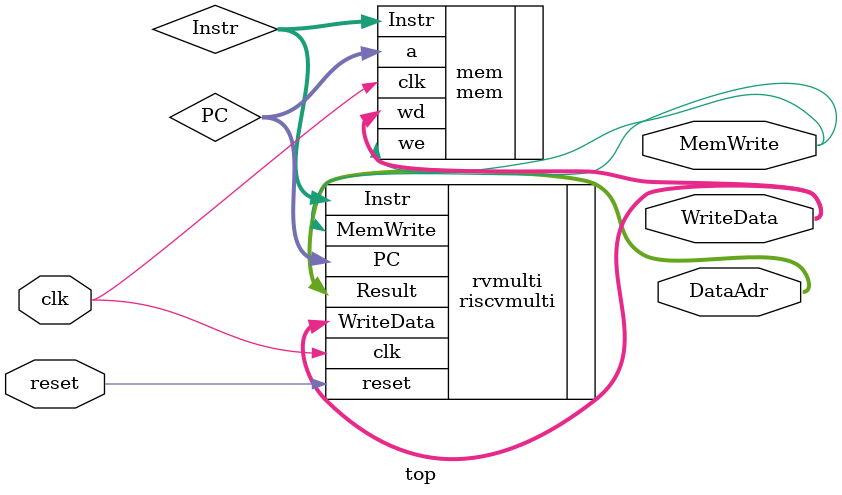
<source format=sv>
module top(input  logic        clk, reset,
           output logic [31:0] WriteData, DataAdr,
           output logic        MemWrite);
           
    logic [31:0] PC, Instr; //, ReadData
    
    // instantiate processor and memories
    riscvmulti rvmulti(.clk(clk), .reset(reset), .Instr(Instr), .PC(PC), // .ReadData(ReadData),
                       .MemWrite(MemWrite), .WriteData(WriteData), .Result(DataAdr));
                         
    mem mem(.clk(clk), .we(MemWrite), .a(PC), .wd(WriteData), .Instr(Instr)); // .rd(ReadData), .adr(DataAdr),
endmodule
</source>
